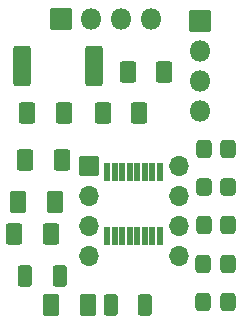
<source format=gts>
G04 #@! TF.GenerationSoftware,KiCad,Pcbnew,8.0.4*
G04 #@! TF.CreationDate,2024-07-24T14:50:23+09:00*
G04 #@! TF.ProjectId,VR-Conditioner-MAX9926+reg,56522d43-6f6e-4646-9974-696f6e65722d,3.7*
G04 #@! TF.SameCoordinates,PX68c4118PY713e7a8*
G04 #@! TF.FileFunction,Soldermask,Top*
G04 #@! TF.FilePolarity,Negative*
%FSLAX46Y46*%
G04 Gerber Fmt 4.6, Leading zero omitted, Abs format (unit mm)*
G04 Created by KiCad (PCBNEW 8.0.4) date 2024-07-24 14:50:23*
%MOMM*%
%LPD*%
G01*
G04 APERTURE LIST*
G04 Aperture macros list*
%AMRoundRect*
0 Rectangle with rounded corners*
0 $1 Rounding radius*
0 $2 $3 $4 $5 $6 $7 $8 $9 X,Y pos of 4 corners*
0 Add a 4 corners polygon primitive as box body*
4,1,4,$2,$3,$4,$5,$6,$7,$8,$9,$2,$3,0*
0 Add four circle primitives for the rounded corners*
1,1,$1+$1,$2,$3*
1,1,$1+$1,$4,$5*
1,1,$1+$1,$6,$7*
1,1,$1+$1,$8,$9*
0 Add four rect primitives between the rounded corners*
20,1,$1+$1,$2,$3,$4,$5,0*
20,1,$1+$1,$4,$5,$6,$7,0*
20,1,$1+$1,$6,$7,$8,$9,0*
20,1,$1+$1,$8,$9,$2,$3,0*%
G04 Aperture macros list end*
%ADD10RoundRect,0.271617X0.366683X0.504183X-0.366683X0.504183X-0.366683X-0.504183X0.366683X-0.504183X0*%
%ADD11RoundRect,0.269169X-0.444131X-0.681631X0.444131X-0.681631X0.444131X0.681631X-0.444131X0.681631X0*%
%ADD12RoundRect,0.269169X0.444131X0.681631X-0.444131X0.681631X-0.444131X-0.681631X0.444131X-0.681631X0*%
%ADD13RoundRect,0.272578X-0.340722X-0.653222X0.340722X-0.653222X0.340722X0.653222X-0.340722X0.653222X0*%
%ADD14RoundRect,0.272578X0.340722X0.653222X-0.340722X0.653222X-0.340722X-0.653222X0.340722X-0.653222X0*%
%ADD15RoundRect,0.269539X0.431261X0.656261X-0.431261X0.656261X-0.431261X-0.656261X0.431261X-0.656261X0*%
%ADD16RoundRect,0.050800X-0.800000X-0.800000X0.800000X-0.800000X0.800000X0.800000X-0.800000X0.800000X0*%
%ADD17O,1.701600X1.701600*%
%ADD18RoundRect,0.271166X0.379634X0.479634X-0.379634X0.479634X-0.379634X-0.479634X0.379634X-0.479634X0*%
%ADD19RoundRect,0.050800X-0.177400X0.727449X-0.177400X-0.727449X0.177400X-0.727449X0.177400X0.727449X0*%
%ADD20RoundRect,0.269539X-0.431261X-0.656261X0.431261X-0.656261X0.431261X0.656261X-0.431261X0.656261X0*%
%ADD21RoundRect,0.050800X0.850000X-0.850000X0.850000X0.850000X-0.850000X0.850000X-0.850000X-0.850000X0*%
%ADD22O,1.801600X1.801600*%
%ADD23RoundRect,0.268142X-0.482658X-1.457658X0.482658X-1.457658X0.482658X1.457658X-0.482658X1.457658X0*%
%ADD24RoundRect,0.050800X-0.850000X-0.850000X0.850000X-0.850000X0.850000X0.850000X-0.850000X0.850000X0*%
G04 APERTURE END LIST*
D10*
G04 #@! TO.C,C1*
X21000000Y5000000D03*
X18925000Y5000000D03*
G04 #@! TD*
G04 #@! TO.C,C2*
X21000000Y8250000D03*
X18925000Y8250000D03*
G04 #@! TD*
G04 #@! TO.C,C3*
X21040000Y11500000D03*
X18965000Y11500000D03*
G04 #@! TD*
D11*
G04 #@! TO.C,C10*
X3250000Y13500000D03*
X6375000Y13500000D03*
G04 #@! TD*
D12*
G04 #@! TO.C,C20*
X9175000Y4750000D03*
X6050000Y4750000D03*
G04 #@! TD*
D13*
G04 #@! TO.C,R3*
X3825000Y7250000D03*
X6750000Y7250000D03*
G04 #@! TD*
D14*
G04 #@! TO.C,R2*
X14000000Y4750000D03*
X11075000Y4750000D03*
G04 #@! TD*
D15*
G04 #@! TO.C,R1*
X6000000Y10750000D03*
X2900000Y10750000D03*
G04 #@! TD*
D16*
G04 #@! TO.C,J1*
X9207500Y16510000D03*
D17*
X9207500Y13970000D03*
X9207500Y11430000D03*
X9207500Y8890000D03*
X16827500Y8890000D03*
X16827500Y11430000D03*
X16827500Y13970000D03*
X16827500Y16510000D03*
G04 #@! TD*
D10*
G04 #@! TO.C,R10*
X21040000Y18000000D03*
X18965000Y18000000D03*
G04 #@! TD*
D18*
G04 #@! TO.C,R20*
X21000000Y14750000D03*
X19000000Y14750000D03*
G04 #@! TD*
D19*
G04 #@! TO.C,U1*
X15240000Y16056348D03*
X14605000Y16056348D03*
X13970000Y16056348D03*
X13335000Y16056348D03*
X12700000Y16056348D03*
X12065000Y16056348D03*
X11430000Y16056348D03*
X10795000Y16056348D03*
X10795000Y10613652D03*
X11430000Y10613652D03*
X12065000Y10613652D03*
X12700000Y10613652D03*
X13335000Y10613652D03*
X13970000Y10613652D03*
X14605000Y10613652D03*
X15240000Y10613652D03*
G04 #@! TD*
D20*
G04 #@! TO.C,R12*
X3847500Y17000000D03*
X6947500Y17000000D03*
G04 #@! TD*
D21*
G04 #@! TO.C,J3*
X6880000Y29000000D03*
D22*
X9420000Y29000000D03*
X11960000Y29000000D03*
X14500000Y29000000D03*
G04 #@! TD*
D15*
G04 #@! TO.C,R5*
X15637500Y24500000D03*
X12537500Y24500000D03*
G04 #@! TD*
D23*
G04 #@! TO.C,R6*
X3575000Y25000000D03*
X9675000Y25000000D03*
G04 #@! TD*
D15*
G04 #@! TO.C,R4*
X13500000Y21000000D03*
X10400000Y21000000D03*
G04 #@! TD*
D24*
G04 #@! TO.C,J2*
X18625000Y28800000D03*
D22*
X18625000Y26260000D03*
X18625000Y23720000D03*
X18625000Y21180000D03*
G04 #@! TD*
D20*
G04 #@! TO.C,R7*
X4000000Y21000000D03*
X7100000Y21000000D03*
G04 #@! TD*
M02*

</source>
